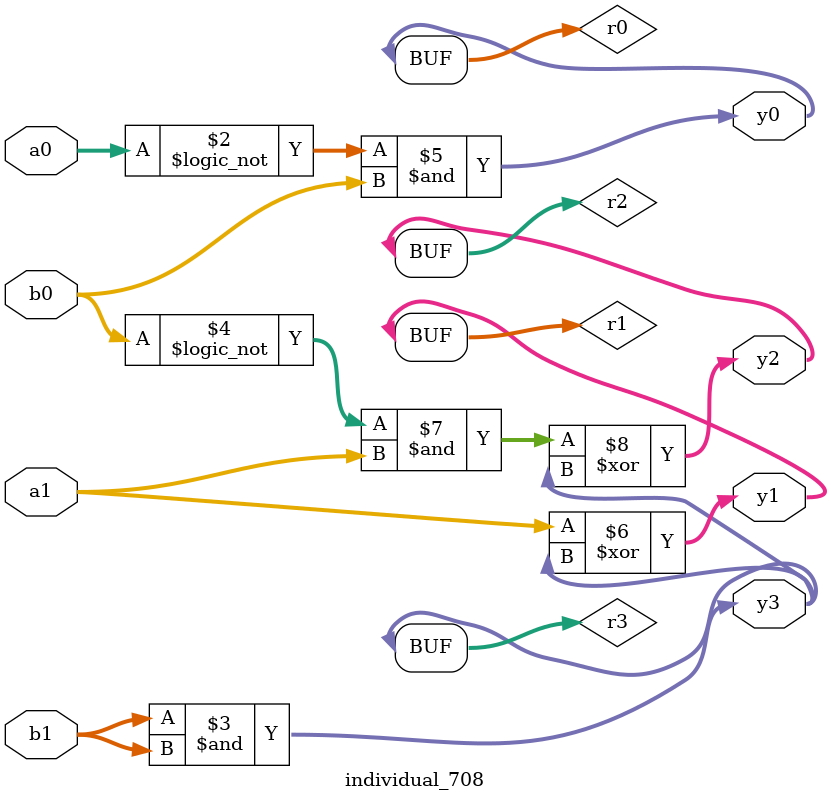
<source format=sv>
module individual_708(input logic [15:0] a1, input logic [15:0] a0, input logic [15:0] b1, input logic [15:0] b0, output logic [15:0] y3, output logic [15:0] y2, output logic [15:0] y1, output logic [15:0] y0);
logic [15:0] r0, r1, r2, r3; 
 always@(*) begin 
	 r0 = a0; r1 = a1; r2 = b0; r3 = b1; 
 	 r0 = ! r0 ;
 	 r3  &=  r3 ;
 	 r2 = ! r2 ;
 	 r0  &=  b0 ;
 	 r1  ^=  r3 ;
 	 r2  &=  a1 ;
 	 r2  ^=  r3 ;
 	 y3 = r3; y2 = r2; y1 = r1; y0 = r0; 
end
endmodule
</source>
